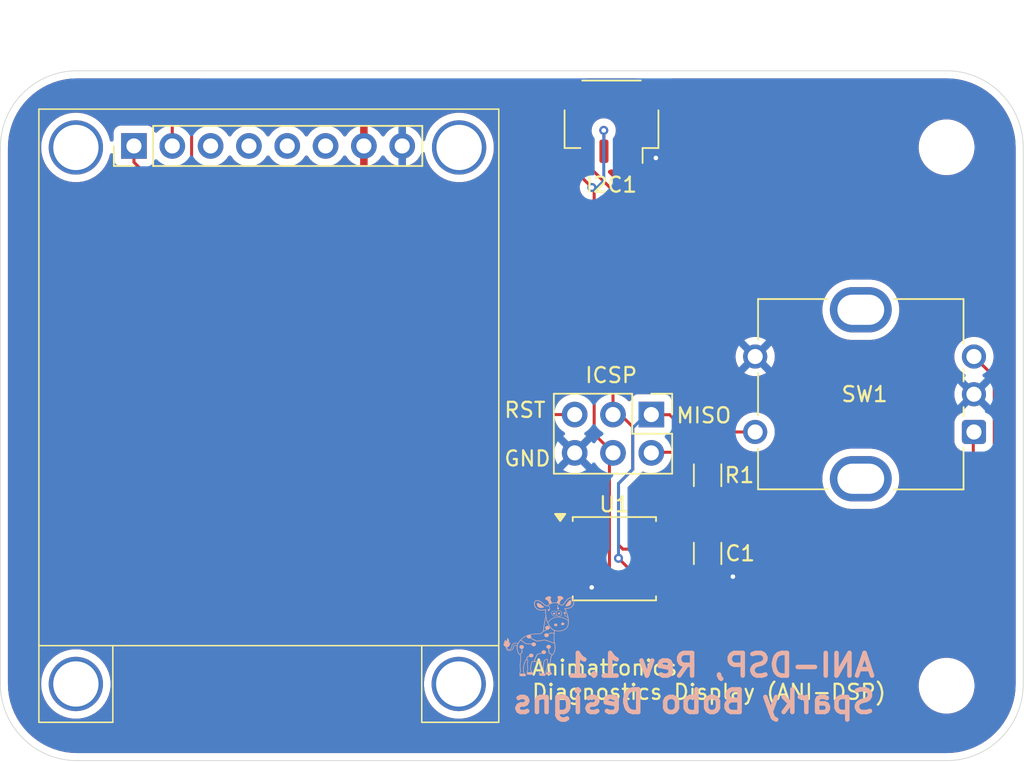
<source format=kicad_pcb>
(kicad_pcb (version 20241229) (generator "pcbnew") (generator_version "9.0")
  (title_block (title "Animatronics - Diagnostics Display (ANI-DSP)") (date "2025-12-30") (rev "1.1") (company "Sparky Bobo Designs") (comment 2 "Designed by: SparkyBobo") (comment 3 "https://creativecommons.org/licenses/by-sa/4.0/") (comment 4 "Released under the Creative Commons Attribution Share-Alike 4.0 License"))
  (layers (0 "F.Cu" signal) (2 "B.Cu" signal) (13 "F.Paste" user) (15 "B.Paste" user) (5 "F.SilkS" user "F.Silkscreen") (7 "B.SilkS" user "B.Silkscreen") (1 "F.Mask" user) (3 "B.Mask" user) (25 "Edge.Cuts" user))
  (net 0 "")
  (net 1 "GND")
  (net 2 "+3.3V")
  (net 3 "/I2C1_C")
  (net 4 "/I2C1_D")
  (net 9 "Net-(J2-Pin_2)")
  (net 10 "/~{RST}")
  (net 11 "/SW")
  (net 12 "/B")
  (net 13 "/A")
  (footprint "Capacitor_SMD:C_1206_3216Metric_Pad1.33x1.80mm_HandSolder" (layer "F.Cu") (at 171.7548 105.7402 -90)
    (property "Reference" "C1" (at -0.001598 -2.159 180) (layer "F.SilkS"))
    (property "Value" "0.1uF")
    (pad "1" smd roundrect (at -1.5625 0 270) (size 1.325 1.8) (layers "F.Cu" "F.Mask" "F.Paste") (roundrect_rratio 0.188679) (net 2 "+3.3V"))
    (pad "2" smd roundrect (at 1.5625 0 270) (size 1.325 1.8) (layers "F.Cu" "F.Mask" "F.Paste") (roundrect_rratio 0.188679) (net 1 "GND"))
  )
  (footprint "MountingHole:MountingHole_3.2mm_M3" (layer "F.Cu") (at 187.593698 114.507196)
    (property "Reference" "H2" (hide yes))
    (property "Value" "MountingHole")
    (pad "" np_thru_hole circle (at 0 0) (size 3.2 3.2) (drill 3.2) (layers "*.Cu" "*.Mask"))
  )
  (footprint "Connector_PinHeader_2.54mm:PinHeader_2x03_P2.54mm_Vertical" (layer "F.Cu") (at 168.024898 96.534698 -90)
    (property "Reference" "J2" (hide yes))
    (property "Value" "ICSP")
    (pad "1" thru_hole rect (at 0 0 270) (size 1.7 1.7) (drill 1) (layers "*.Cu" "*.Mask") (net 11 "/SW"))
    (pad "2" thru_hole circle (at 2.54 0 270) (size 1.7 1.7) (drill 1) (layers "*.Cu" "*.Mask") (net 9 "Net-(J2-Pin_2)"))
    (pad "3" thru_hole circle (at 0 2.54 270) (size 1.7 1.7) (drill 1) (layers "*.Cu" "*.Mask") (net 3 "/I2C1_C"))
    (pad "4" thru_hole circle (at 2.54 2.54 270) (size 1.7 1.7) (drill 1) (layers "*.Cu" "*.Mask") (net 4 "/I2C1_D"))
    (pad "5" thru_hole circle (at 0 5.08 270) (size 1.7 1.7) (drill 1) (layers "*.Cu" "*.Mask") (net 10 "/~{RST}"))
    (pad "6" thru_hole circle (at 2.54 5.08 270) (size 1.7 1.7) (drill 1) (layers "*.Cu" "*.Mask") (net 1 "GND"))
  )
  (footprint "footprints:Adafruit_5297" (layer "F.Cu") (at 133.784498 78.830898)
    (property "Reference" "DS1" (hide yes))
    (property "Value" "Adafruit_5297_LedDisplay")
    (pad "" np_thru_hole circle (at -3.9 35.56) (size 3.6 3.6) (drill 3) (layers "*.Cu" "*.Mask"))
    (pad "" np_thru_hole circle (at -3.8989 0) (size 3.6 3.6) (drill 3) (layers "*.Cu" "*.Mask"))
    (pad "" np_thru_hole circle (at 21.475 35.56) (size 3.6 3.6) (drill 3) (layers "*.Cu" "*.Mask"))
    (pad "" np_thru_hole circle (at 21.5011 0) (size 3.6 3.6) (drill 3) (layers "*.Cu" "*.Mask"))
    (pad "1" thru_hole rect (at -0.05 -0.1 90) (size 1.7 1.7) (drill 1) (layers "*.Cu" "*.Mask") (net 4 "/I2C1_D"))
    (pad "2" thru_hole oval (at 2.49 -0.1 90) (size 1.7 1.7) (drill 1) (layers "*.Cu" "*.Mask") (net 3 "/I2C1_C"))
    (pad "3" thru_hole oval (at 5.03 -0.1 90) (size 1.7 1.7) (drill 1) (layers "*.Cu" "*.Mask"))
    (pad "4" thru_hole oval (at 7.57 -0.1 90) (size 1.7 1.7) (drill 1) (layers "*.Cu" "*.Mask"))
    (pad "5" thru_hole oval (at 10.11 -0.1 90) (size 1.7 1.7) (drill 1) (layers "*.Cu" "*.Mask"))
    (pad "6" thru_hole oval (at 12.65 -0.1 90) (size 1.7 1.7) (drill 1) (layers "*.Cu" "*.Mask"))
    (pad "7" thru_hole oval (at 15.19 -0.1 90) (size 1.7 1.7) (drill 1) (layers "*.Cu" "*.Mask") (net 2 "+3.3V"))
    (pad "8" thru_hole oval (at 17.73 -0.1 90) (size 1.7 1.7) (drill 1) (layers "*.Cu" "*.Mask") (net 1 "GND"))
  )
  (footprint "Package_SO:SOIC-8_5.3x5.3mm_P1.27mm" (layer "F.Cu") (at 165.5765 106.088898)
    (property "Reference" "U1" (at 0 -3.6 0) (layer "F.SilkS"))
    (property "Value" "ATtiny85-20S")
    (pad "1" smd roundrect (at -3.5875 -1.905) (size 1.625 0.65) (layers "F.Cu" "F.Mask" "F.Paste") (net 10 "/~{RST}"))
    (pad "2" smd roundrect (at -3.5875 -0.635) (size 1.625 0.65) (layers "F.Cu" "F.Mask" "F.Paste") (net 12 "/B"))
    (pad "3" smd roundrect (at -3.5875 0.635) (size 1.625 0.65) (layers "F.Cu" "F.Mask" "F.Paste") (net 13 "/A"))
    (pad "4" smd roundrect (at -3.5875 1.905) (size 1.625 0.65) (layers "F.Cu" "F.Mask" "F.Paste") (net 1 "GND"))
    (pad "5" smd roundrect (at 3.5875 1.905) (size 1.625 0.65) (layers "F.Cu" "F.Mask" "F.Paste") (net 4 "/I2C1_D"))
    (pad "6" smd roundrect (at 3.5875 0.635) (size 1.625 0.65) (layers "F.Cu" "F.Mask" "F.Paste") (net 11 "/SW"))
    (pad "7" smd roundrect (at 3.5875 -0.635) (size 1.625 0.65) (layers "F.Cu" "F.Mask" "F.Paste") (net 3 "/I2C1_C"))
    (pad "8" smd roundrect (at 3.5875 -1.905) (size 1.625 0.65) (layers "F.Cu" "F.Mask" "F.Paste") (net 2 "+3.3V"))
  )
  (footprint "Resistor_SMD:R_1206_3216Metric_Pad1.30x1.75mm_HandSolder" (layer "F.Cu") (at 171.7548 100.557002 90)
    (property "Reference" "R1" (at 0 2.1082 180) (layer "F.SilkS"))
    (property "Value" "330")
    (pad "1" smd roundrect (at -1.55 0 90) (size 1.3 1.75) (layers "F.Cu" "F.Mask" "F.Paste") (roundrect_rratio 0.192308) (net 2 "+3.3V"))
    (pad "2" smd roundrect (at 1.55 0 90) (size 1.3 1.75) (layers "F.Cu" "F.Mask" "F.Paste") (roundrect_rratio 0.192308) (net 9 "Net-(J2-Pin_2)"))
  )
  (footprint "Rotary_Encoder:RotaryEncoder_Bourns_Vertical_PEC12R-3x17F-Sxxxx" (layer "F.Cu") (at 189.4078 97.6884 180)
    (property "Reference" "SW1" (at 7.25 2.5 0) (layer "F.SilkS"))
    (property "Value" "Input")
    (pad "A" thru_hole roundrect (at 0 0 180) (size 1.6 1.6) (drill 1) (layers "*.Cu" "*.Mask") (roundrect_rratio 0.15625) (net 13 "/A"))
    (pad "B" thru_hole circle (at 0 5 180) (size 1.6 1.6) (drill 1) (layers "*.Cu" "*.Mask") (net 12 "/B"))
    (pad "C" thru_hole circle (at 0 2.5 180) (size 1.6 1.6) (drill 1) (layers "*.Cu" "*.Mask") (net 1 "GND"))
    (pad "S1" thru_hole circle (at 14.5 0 180) (size 1.6 1.6) (drill 1) (layers "*.Cu" "*.Mask") (net 11 "/SW"))
    (pad "S2" thru_hole circle (at 14.5 5 180) (size 1.6 1.6) (drill 1) (layers "*.Cu" "*.Mask") (net 1 "GND"))
    (pad "SH" thru_hole oval (at 7.5 -3.1 180) (size 4.1 3) (drill oval 3.1 2) (layers "*.Cu" "*.Mask"))
    (pad "SH" thru_hole oval (at 7.5 8.1 180) (size 4.1 3) (drill oval 3.1 2) (layers "*.Cu" "*.Mask"))
  )
  (footprint "Connector_JST:JST_SH_SM04B-SRSS-TB_1x04-1MP_P1.00mm_Horizontal" (layer "F.Cu") (at 165.3854 77.0844 180)
    (property "Reference" "J1" (hide yes))
    (property "Value" "I2C1" (at 0.006 -4.221 0) (layer "F.SilkS"))
    (pad "1" smd roundrect (at -1.5 -2 180) (size 0.6 1.55) (layers "F.Cu" "F.Mask" "F.Paste") (net 1 "GND"))
    (pad "2" smd roundrect (at -0.5 -2 180) (size 0.6 1.55) (layers "F.Cu" "F.Mask" "F.Paste") (net 2 "+3.3V"))
    (pad "3" smd roundrect (at 0.5 -2 180) (size 0.6 1.55) (layers "F.Cu" "F.Mask" "F.Paste") (net 4 "/I2C1_D"))
    (pad "4" smd roundrect (at 1.5 -2 180) (size 0.6 1.55) (layers "F.Cu" "F.Mask" "F.Paste") (net 3 "/I2C1_C"))
    (pad "MP" smd roundrect (at -2.8 1.875 180) (size 1.2 1.8) (layers "F.Cu" "F.Mask" "F.Paste") (roundrect_rratio 0.208333))
    (pad "MP" smd roundrect (at 2.8 1.875 180) (size 1.2 1.8) (layers "F.Cu" "F.Mask" "F.Paste") (roundrect_rratio 0.208333))
  )
  (footprint "MountingHole:MountingHole_3.2mm_M3" (layer "F.Cu") (at 187.593698 78.820196)
    (property "Reference" "H1" (hide yes))
    (property "Value" "MountingHole")
    (pad "" np_thru_hole circle (at 0 0) (size 3.2 3.2) (drill 3.2) (layers "*.Cu" "*.Mask"))
  )
  (footprint "footprints:logo_cr_5x5" (layer "B.Cu") (at 160.568098 111.215898 180)
    (property "Reference" "G***" (hide yes))
    (property "Value" "LOGO" (hide yes))
  )
  (gr_line (start 167.9956 99.0346) (end 171.7802 99.0346) (stroke (width 0.2)) (layer "F.Cu") (net 9))
  (gr_line (start 129.961098 73.750898) (end 187.593698 73.750898) (stroke (width 0.05)) (layer "Edge.Cuts"))
  (gr_arc (start 187.593698 73.750898) (mid 191.1858 75.238796) (end 192.673698 78.830898) (stroke (width 0.05)) (layer "Edge.Cuts"))
  (gr_arc (start 192.673698 114.390898) (mid 191.1858 117.983) (end 187.593698 119.470898) (stroke (width 0.05)) (layer "Edge.Cuts"))
  (gr_line (start 187.593698 119.470898) (end 129.961098 119.470898) (stroke (width 0.05)) (layer "Edge.Cuts"))
  (gr_line (start 192.673698 78.830898) (end 192.673698 114.390898) (stroke (width 0.05)) (layer "Edge.Cuts"))
  (gr_arc (start 129.961098 119.470898) (mid 126.368996 117.983) (end 124.881098 114.390898) (stroke (width 0.05)) (layer "Edge.Cuts"))
  (gr_line (start 124.881098 114.390898) (end 124.881098 78.830898) (stroke (width 0.05)) (layer "Edge.Cuts"))
  (gr_arc (start 124.881098 78.830898) (mid 126.368996 75.238796) (end 129.961098 73.750898) (stroke (width 0.05)) (layer "Edge.Cuts"))
  (gr_text "MISO" (at 169.5958 97.1804 0) (layer "F.SilkS") (effects (font (size 1 1)) (justify left bottom)))
  (gr_text "ICSP\n" (at 163.5506 94.5134 0) (layer "F.SilkS") (effects (font (size 1 1)) (justify left bottom)))
  (gr_text "RST\n\nGND" (at 158.1912 100.039898 0) (layer "F.SilkS") (effects (font (size 1 1)) (justify left bottom)))
  (gr_text "Animatronics\nDiagnostics Display (ANI-DSP)" (at 160.034698 115.508498 0) (layer "F.SilkS") (effects (font (size 1 1)) (justify left bottom)))
  (gr_text "ANI-DSP, Rev 1.1\nSparky Bobo Designs" (at 182.996298 116.448298 0) (layer "B.SilkS") (effects (font (size 1.5 1.5) (thickness 0.3) (bold yes)) (justify left bottom mirror)))
  (segment (start 164.069498 107.993898) (end 164.073298 107.990098) (width 0.2) (layer "F.Cu") (net 1))
  (segment (start 162.399898 107.993898) (end 164.069498 107.993898) (width 0.2) (layer "F.Cu") (net 1))
  (segment (start 167.3284 79.5274) (end 168.3258 79.5274) (width 0.2) (layer "F.Cu") (net 1))
  (segment (start 171.7548 107.3027) (end 173.4058 107.3027) (width 0.2) (layer "F.Cu") (net 1))
  (segment (start 166.8854 79.0844) (end 167.3284 79.5274) (width 0.2) (layer "F.Cu") (net 1))
  (via (at 164.073298 107.990098) (size 0.6) (drill 0.3) (layers "F.Cu" "B.Cu") (net 1))
  (via (at 173.4312 107.2773) (size 0.6) (drill 0.3) (layers "F.Cu" "B.Cu") (net 1))
  (via (at 168.3258 79.5274) (size 0.6) (drill 0.3) (layers "F.Cu" "B.Cu") (net 1))
  (segment (start 171.7548 104.1908) (end 171.747898 104.183898) (width 0.2) (layer "F.Cu") (net 2))
  (segment (start 169.164 104.183898) (end 171.747898 104.183898) (width 0.5) (layer "F.Cu") (net 2))
  (segment (start 166.791098 97.347498) (end 166.791098 100.166898) (width 0.2) (layer "F.Cu") (net 3))
  (segment (start 138.408596 75.0316) (end 136.274498 77.165698) (width 0.2) (layer "F.Cu") (net 3))
  (segment (start 165.851298 105.170698) (end 166.134498 105.453898) (width 0.2) (layer "F.Cu") (net 3))
  (segment (start 166.134498 105.453898) (end 169.164 105.453898) (width 0.2) (layer "F.Cu") (net 3))
  (segment (start 161.3154 77.7494) (end 161.3154 75.946) (width 0.2) (layer "F.Cu") (net 3))
  (segment (start 165.484898 81.690298) (end 163.8854 80.0908) (width 0.2) (layer "F.Cu") (net 3))
  (segment (start 136.274498 77.165698) (end 136.274498 78.730898) (width 0.2) (layer "F.Cu") (net 3))
  (segment (start 165.484898 96.534698) (end 165.978298 96.534698) (width 0.2) (layer "F.Cu") (net 3))
  (segment (start 165.851298 101.106698) (end 165.851298 105.170698) (width 0.2) (layer "F.Cu") (net 3))
  (segment (start 166.791098 100.166898) (end 165.851298 101.106698) (width 0.2) (layer "F.Cu") (net 3))
  (segment (start 165.978298 96.534698) (end 166.791098 97.347498) (width 0.2) (layer "F.Cu") (net 3))
  (segment (start 165.484898 96.534698) (end 165.484898 81.690298) (width 0.2) (layer "F.Cu") (net 3))
  (segment (start 163.8854 80.0908) (end 163.8854 79.0844) (width 0.2) (layer "F.Cu") (net 3))
  (segment (start 162.6504 79.0844) (end 161.3154 77.7494) (width 0.2) (layer "F.Cu") (net 3))
  (segment (start 161.3154 75.946) (end 160.401 75.0316) (width 0.2) (layer "F.Cu") (net 3))
  (segment (start 163.8854 79.0844) (end 162.6504 79.0844) (width 0.2) (layer "F.Cu") (net 3))
  (segment (start 160.401 75.0316) (end 138.408596 75.0316) (width 0.2) (layer "F.Cu") (net 3))
  (segment (start 134.304498 80.380298) (end 137.098498 80.380298) (width 0.2) (layer "F.Cu") (net 4))
  (segment (start 165.484898 99.074698) (end 164.2364 97.8262) (width 0.2) (layer "F.Cu") (net 4))
  (segment (start 164.2364 97.8262) (end 164.2364 81.6356) (width 0.2) (layer "F.Cu") (net 4))
  (segment (start 133.734498 79.810298) (end 134.304498 80.380298) (width 0.2) (layer "F.Cu") (net 4))
  (segment (start 137.555698 77.535498) (end 139.659596 75.4316) (width 0.2) (layer "F.Cu") (net 4))
  (segment (start 164.2364 81.6356) (end 164.084 81.4832) (width 0.2) (layer "F.Cu") (net 4))
  (segment (start 165.484898 99.074698) (end 165.248098 99.311498) (width 0.2) (layer "F.Cu") (net 4))
  (segment (start 160.2168 75.4316) (end 160.9144 76.1292) (width 0.2) (layer "F.Cu") (net 4))
  (segment (start 160.9144 76.1292) (end 160.9144 78.3136) (width 0.2) (layer "F.Cu") (net 4))
  (segment (start 139.659596 75.4316) (end 160.2168 75.4316) (width 0.2) (layer "F.Cu") (net 4))
  (segment (start 137.098498 80.380298) (end 137.555698 79.923098) (width 0.2) (layer "F.Cu") (net 4))
  (segment (start 137.555698 79.923098) (end 137.555698 77.535498) (width 0.2) (layer "F.Cu") (net 4))
  (segment (start 164.8854 79.0844) (end 164.8854 77.7126) (width 0.2) (layer "F.Cu") (net 4))
  (segment (start 165.248098 107.285298) (end 165.956698 107.993898) (width 0.2) (layer "F.Cu") (net 4))
  (segment (start 160.9144 78.3136) (end 164.084 81.4832) (width 0.2) (layer "F.Cu") (net 4))
  (segment (start 165.956698 107.993898) (end 169.164 107.993898) (width 0.2) (layer "F.Cu") (net 4))
  (segment (start 164.8854 77.7126) (end 164.8714 77.6986) (width 0.2) (layer "F.Cu") (net 4))
  (segment (start 165.248098 99.311498) (end 165.248098 107.285298) (width 0.2) (layer "F.Cu") (net 4))
  (segment (start 133.734498 78.730898) (end 133.734498 79.810298) (width 0.2) (layer "F.Cu") (net 4))
  (via (at 164.084 81.4832) (size 0.6) (drill 0.3) (layers "F.Cu" "B.Cu") (net 4))
  (via (at 164.8714 77.6986) (size 0.6) (drill 0.3) (layers "F.Cu" "B.Cu") (net 4))
  (segment (start 164.4396 81.4832) (end 164.084 81.4832) (width 0.2) (layer "B.Cu") (net 4))
  (segment (start 164.8714 77.6986) (end 164.8714 81.0514) (width 0.2) (layer "B.Cu") (net 4))
  (segment (start 164.8714 81.0514) (end 164.4396 81.4832) (width 0.2) (layer "B.Cu") (net 4))
  (segment (start 168.024898 99.074698) (end 168.064996 99.0346) (width 0.2) (layer "F.Cu") (net 9))
  (segment (start 160.593498 103.570498) (end 160.593498 97.372898) (width 0.2) (layer "F.Cu") (net 10))
  (segment (start 160.593498 97.372898) (end 161.431698 96.534698) (width 0.2) (layer "F.Cu") (net 10))
  (segment (start 161.206898 104.183898) (end 160.593498 103.570498) (width 0.2) (layer "F.Cu") (net 10))
  (segment (start 161.431698 96.534698) (end 162.944898 96.534698) (width 0.2) (layer "F.Cu") (net 10))
  (segment (start 162.399898 104.183898) (end 161.206898 104.183898) (width 0.2) (layer "F.Cu") (net 10))
  (segment (start 169.2402 96.5454) (end 168.0356 96.5454) (width 0.2) (layer "F.Cu") (net 11))
  (segment (start 166.512298 106.723898) (end 169.164 106.723898) (width 0.2) (layer "F.Cu") (net 11))
  (segment (start 165.848098 106.059698) (end 166.512298 106.723898) (width 0.2) (layer "F.Cu") (net 11))
  (segment (start 170.3832 97.6884) (end 169.2402 96.5454) (width 0.2) (layer "F.Cu") (net 11))
  (segment (start 168.0356 96.5454) (end 168.024898 96.534698) (width 0.2) (layer "F.Cu") (net 11))
  (segment (start 174.9078 97.6884) (end 170.3832 97.6884) (width 0.2) (layer "F.Cu") (net 11))
  (via (at 165.848098 106.059698) (size 0.6) (drill 0.3) (layers "F.Cu" "B.Cu") (net 11))
  (segment (start 168.188098 96.534698) (end 168.492898 96.534698) (width 0.2) (layer "B.Cu") (net 11))
  (segment (start 167.680098 96.534698) (end 168.024898 96.534698) (width 0.2) (layer "B.Cu") (net 11))
  (segment (start 166.791098 97.423698) (end 167.680098 96.534698) (width 0.2) (layer "B.Cu") (net 11))
  (segment (start 165.848098 106.059698) (end 165.848098 101.109898) (width 0.2) (layer "B.Cu") (net 11))
  (segment (start 166.791098 100.166898) (end 166.791098 97.423698) (width 0.2) (layer "B.Cu") (net 11))
  (segment (start 165.848098 101.109898) (end 166.791098 100.166898) (width 0.2) (layer "B.Cu") (net 11))
  (segment (start 160.001 108.979286) (end 160.667114 109.6454) (width 0.2) (layer "F.Cu") (net 12))
  (segment (start 160.8074 105.453898) (end 160.001 106.260298) (width 0.2) (layer "F.Cu") (net 12))
  (segment (start 190.754 102.2096) (end 190.754 94.0346) (width 0.2) (layer "F.Cu") (net 12))
  (segment (start 188.201886 109.6454) (end 189.764 108.083286) (width 0.2) (layer "F.Cu") (net 12))
  (segment (start 162.399898 105.453898) (end 160.8074 105.453898) (width 0.2) (layer "F.Cu") (net 12))
  (segment (start 160.667114 109.6454) (end 188.201886 109.6454) (width 0.2) (layer "F.Cu") (net 12))
  (segment (start 189.764 103.1996) (end 190.754 102.2096) (width 0.2) (layer "F.Cu") (net 12))
  (segment (start 189.764 108.083286) (end 189.764 103.1996) (width 0.2) (layer "F.Cu") (net 12))
  (segment (start 190.754 94.0346) (end 189.4078 92.6884) (width 0.2) (layer "F.Cu") (net 12))
  (segment (start 160.001 106.260298) (end 160.001 108.979286) (width 0.2) (layer "F.Cu") (net 12))
  (segment (start 160.966702 106.723898) (end 160.401 107.2896) (width 0.2) (layer "F.Cu") (net 13))
  (segment (start 189.364 97.7322) (end 189.4078 97.6884) (width 0.2) (layer "F.Cu") (net 13))
  (segment (start 162.399898 106.723898) (end 160.966702 106.723898) (width 0.2) (layer "F.Cu") (net 13))
  (segment (start 160.8328 109.2454) (end 188.0362 109.2454) (width 0.2) (layer "F.Cu") (net 13))
  (segment (start 160.401 108.8136) (end 160.8328 109.2454) (width 0.2) (layer "F.Cu") (net 13))
  (segment (start 188.0362 109.2454) (end 189.364 107.9176) (width 0.2) (layer "F.Cu") (net 13))
  (segment (start 160.401 107.2896) (end 160.401 108.8136) (width 0.2) (layer "F.Cu") (net 13))
  (segment (start 189.364 107.9176) (end 189.364 97.7322) (width 0.2) (layer "F.Cu") (net 13))
  (zone (net 2) (net_name "+3.3V") (layer "F.Cu") (connect_pads (clearance 0.5)) (min_thickness 0.25) (fill yes (thermal_gap 0.5) (thermal_bridge_width 0.5))
    (polygon (pts (xy 124.931898 79.491298) (xy 125.084298 77.535498) (xy 125.846298 75.935298) (xy 127.446498 74.436698) (xy 129.961098 73.801698) (xy 187.619098 73.827098) (xy 189.320898 74.081098) (xy 191.175098 75.274898) (xy 192.343498 77.103698) (xy 192.622898 78.856298) (xy 192.597498 114.416298) (xy 192.343498 116.143498) (xy 191.175098 117.921498) (xy 189.752698 118.962898) (xy 187.593698 119.420098) (xy 129.961098 119.420098) (xy 127.802098 118.962898) (xy 126.125698 117.642098) (xy 125.236698 116.143498) (xy 124.931898 114.390898)))
  )
  (zone (net 1) (net_name "GND") (layer "B.Cu") (connect_pads (clearance 0.5)) (min_thickness 0.25) (fill yes (thermal_gap 0.5) (thermal_bridge_width 0.5))
    (polygon (pts (xy 124.881098 79.440498) (xy 125.033498 77.484698) (xy 125.795498 75.884498) (xy 127.395698 74.385898) (xy 129.910298 73.750898) (xy 187.568298 73.776298) (xy 189.270098 74.030298) (xy 191.124298 75.224098) (xy 192.292698 77.052898) (xy 192.572098 78.805498) (xy 192.546698 114.365498) (xy 192.292698 116.092698) (xy 191.124298 117.870698) (xy 189.701898 118.912098) (xy 187.542898 119.369298) (xy 129.910298 119.369298) (xy 127.751298 118.912098) (xy 126.074898 117.591298) (xy 125.185898 116.092698) (xy 124.881098 114.340098)))
  )
)
</source>
